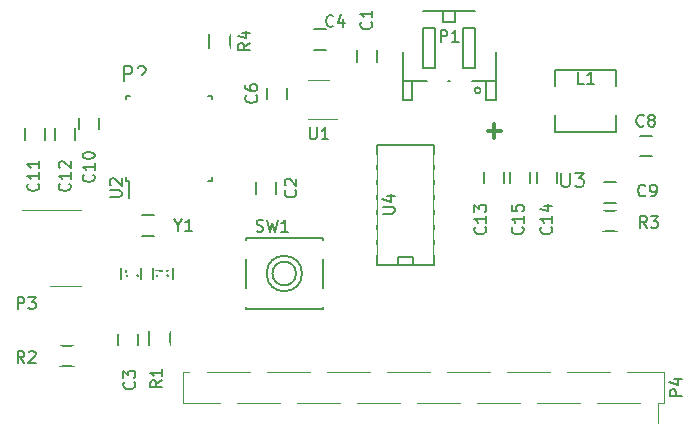
<source format=gbr>
G04 #@! TF.FileFunction,Legend,Top*
%FSLAX46Y46*%
G04 Gerber Fmt 4.6, Leading zero omitted, Abs format (unit mm)*
G04 Created by KiCad (PCBNEW 4.0.5+dfsg1-4) date Mon May 29 16:20:49 2017*
%MOMM*%
%LPD*%
G01*
G04 APERTURE LIST*
%ADD10C,0.100000*%
%ADD11C,0.300000*%
%ADD12C,0.120000*%
%ADD13C,0.150000*%
%ADD14C,0.254000*%
%ADD15R,1.400000X3.400000*%
%ADD16R,1.650000X1.900000*%
%ADD17R,1.900000X1.650000*%
%ADD18R,2.400000X2.400000*%
%ADD19R,1.400000X3.900000*%
%ADD20R,2.000000X3.800000*%
%ADD21R,0.800000X1.750000*%
%ADD22R,2.500000X2.000000*%
%ADD23R,2.200000X2.300000*%
%ADD24R,2.800000X1.150000*%
%ADD25R,1.700000X1.900000*%
%ADD26R,1.900000X1.700000*%
%ADD27R,3.600000X1.400000*%
%ADD28R,1.460000X1.050000*%
%ADD29R,0.950000X2.000000*%
%ADD30R,2.000000X0.950000*%
%ADD31R,1.200000X0.680000*%
%ADD32R,2.000000X2.550000*%
%ADD33R,1.543000X0.908000*%
%ADD34R,1.400000X2.200000*%
%ADD35R,1.200000X1.950000*%
%ADD36R,1.400000X1.950000*%
G04 APERTURE END LIST*
D10*
D11*
X158305428Y-86467143D02*
X157162571Y-86467143D01*
X157734000Y-87038571D02*
X157734000Y-85895714D01*
D12*
X171615000Y-106874000D02*
X172145000Y-106874000D01*
X172145000Y-106874000D02*
X172145000Y-109534000D01*
X172145000Y-109534000D02*
X171615000Y-109534000D01*
X131915000Y-106874000D02*
X131385000Y-106874000D01*
X131385000Y-106874000D02*
X131385000Y-109534000D01*
X131385000Y-109534000D02*
X131915000Y-109534000D01*
X170135000Y-109534000D02*
X166415000Y-109534000D01*
X165055000Y-109534000D02*
X161335000Y-109534000D01*
X159975000Y-109534000D02*
X156255000Y-109534000D01*
X154895000Y-109534000D02*
X151175000Y-109534000D01*
X149815000Y-109534000D02*
X146095000Y-109534000D01*
X144735000Y-109534000D02*
X141015000Y-109534000D01*
X139655000Y-109534000D02*
X135935000Y-109534000D01*
X134575000Y-109534000D02*
X131385000Y-109534000D01*
X172145000Y-106874000D02*
X168955000Y-106874000D01*
X171615000Y-109534000D02*
X171615000Y-111204000D01*
X167595000Y-106874000D02*
X163875000Y-106874000D01*
X162515000Y-106874000D02*
X158795000Y-106874000D01*
X157435000Y-106874000D02*
X153715000Y-106874000D01*
X152355000Y-106874000D02*
X148635000Y-106874000D01*
X147275000Y-106874000D02*
X143555000Y-106874000D01*
X142195000Y-106874000D02*
X138475000Y-106874000D01*
X137115000Y-106874000D02*
X133395000Y-106874000D01*
D13*
X146089000Y-79637000D02*
X146089000Y-80637000D01*
X147789000Y-80637000D02*
X147789000Y-79637000D01*
X139280000Y-91813000D02*
X139280000Y-90813000D01*
X137580000Y-90813000D02*
X137580000Y-91813000D01*
X125896000Y-103640000D02*
X125896000Y-104640000D01*
X127596000Y-104640000D02*
X127596000Y-103640000D01*
X143502000Y-77890000D02*
X142502000Y-77890000D01*
X142502000Y-79590000D02*
X143502000Y-79590000D01*
X130517000Y-99052000D02*
X130517000Y-98052000D01*
X128817000Y-98052000D02*
X128817000Y-99052000D01*
X138469000Y-82812000D02*
X138469000Y-83812000D01*
X140169000Y-83812000D02*
X140169000Y-82812000D01*
X127850000Y-99052000D02*
X127850000Y-98052000D01*
X126150000Y-98052000D02*
X126150000Y-99052000D01*
X171061000Y-86907000D02*
X170061000Y-86907000D01*
X170061000Y-88607000D02*
X171061000Y-88607000D01*
X167013000Y-92544000D02*
X168013000Y-92544000D01*
X168013000Y-90844000D02*
X167013000Y-90844000D01*
X122594000Y-85352000D02*
X122594000Y-86352000D01*
X124294000Y-86352000D02*
X124294000Y-85352000D01*
X118022000Y-86241000D02*
X118022000Y-87241000D01*
X119722000Y-87241000D02*
X119722000Y-86241000D01*
X120562000Y-86241000D02*
X120562000Y-87241000D01*
X122262000Y-87241000D02*
X122262000Y-86241000D01*
X158584000Y-90924000D02*
X158584000Y-89924000D01*
X156884000Y-89924000D02*
X156884000Y-90924000D01*
X163029000Y-90924000D02*
X163029000Y-89924000D01*
X161329000Y-89924000D02*
X161329000Y-90924000D01*
X160743000Y-90924000D02*
X160743000Y-89924000D01*
X159043000Y-89924000D02*
X159043000Y-90924000D01*
X168081000Y-82747000D02*
X168081000Y-81347000D01*
X168081000Y-81347000D02*
X162881000Y-81347000D01*
X162881000Y-81347000D02*
X162881000Y-82747000D01*
X168081000Y-86547000D02*
X162881000Y-86547000D01*
X162881000Y-86547000D02*
X162881000Y-85147000D01*
X168081000Y-86547000D02*
X168081000Y-85147000D01*
X156574000Y-83043000D02*
G75*
G03X156574000Y-83043000I-250000J0D01*
G01*
X154424000Y-76293000D02*
X154424000Y-77293000D01*
X154424000Y-77293000D02*
X153424000Y-77293000D01*
X153424000Y-77293000D02*
X153424000Y-76293000D01*
X155824000Y-82293000D02*
X157074000Y-82293000D01*
X157074000Y-82293000D02*
X157074000Y-83893000D01*
X157074000Y-83893000D02*
X157874000Y-83893000D01*
X157874000Y-83893000D02*
X157874000Y-79793000D01*
X157074000Y-82293000D02*
X157874000Y-82293000D01*
X152024000Y-82293000D02*
X150774000Y-82293000D01*
X150774000Y-82293000D02*
X150774000Y-83893000D01*
X150774000Y-83893000D02*
X149974000Y-83893000D01*
X149974000Y-83893000D02*
X149974000Y-79793000D01*
X150774000Y-82293000D02*
X149974000Y-82293000D01*
X156124000Y-76293000D02*
X151724000Y-76293000D01*
X156124000Y-81193000D02*
X156124000Y-77793000D01*
X156124000Y-77793000D02*
X155124000Y-77793000D01*
X155124000Y-77793000D02*
X155124000Y-81193000D01*
X155124000Y-81193000D02*
X156124000Y-81193000D01*
X151724000Y-81193000D02*
X151724000Y-77793000D01*
X151724000Y-77793000D02*
X152724000Y-77793000D01*
X152724000Y-77793000D02*
X152724000Y-81193000D01*
X152724000Y-81193000D02*
X151724000Y-81193000D01*
X154024000Y-82293000D02*
X153824000Y-82293000D01*
D12*
X120082000Y-93178000D02*
X120082000Y-93158000D01*
X120082000Y-93158000D02*
X122742000Y-93158000D01*
X122742000Y-93158000D02*
X122742000Y-93178000D01*
X120082000Y-99608000D02*
X120082000Y-99628000D01*
X120082000Y-99628000D02*
X122742000Y-99628000D01*
X122742000Y-99628000D02*
X122742000Y-99608000D01*
X117777000Y-93178000D02*
X120082000Y-93178000D01*
D13*
X130288000Y-103413000D02*
X130288000Y-104613000D01*
X128538000Y-104613000D02*
X128538000Y-103413000D01*
X122139000Y-106412000D02*
X120939000Y-106412000D01*
X120939000Y-104662000D02*
X122139000Y-104662000D01*
X166913000Y-93232000D02*
X168113000Y-93232000D01*
X168113000Y-94982000D02*
X166913000Y-94982000D01*
X133618000Y-79467000D02*
X133618000Y-78267000D01*
X135368000Y-78267000D02*
X135368000Y-79467000D01*
X143204000Y-95552000D02*
X143204000Y-95752000D01*
X143204000Y-101552000D02*
X143204000Y-101352000D01*
X136704000Y-101552000D02*
X136704000Y-101352000D01*
X136704000Y-95552000D02*
X136704000Y-95752000D01*
X136704000Y-97352000D02*
X136704000Y-99752000D01*
X143204000Y-97352000D02*
X143204000Y-99752000D01*
X143204000Y-95552000D02*
X136704000Y-95552000D01*
X136704000Y-101552000D02*
X143204000Y-101552000D01*
X140954000Y-98552000D02*
G75*
G03X140954000Y-98552000I-1000000J0D01*
G01*
X141454000Y-98552000D02*
G75*
G03X141454000Y-98552000I-1500000J0D01*
G01*
D12*
X143775000Y-82210000D02*
X141975000Y-82210000D01*
X141975000Y-85430000D02*
X144425000Y-85430000D01*
D13*
X126550000Y-90747000D02*
X126775000Y-90747000D01*
X126550000Y-83497000D02*
X126875000Y-83497000D01*
X133800000Y-83497000D02*
X133475000Y-83497000D01*
X133800000Y-90747000D02*
X133475000Y-90747000D01*
X126550000Y-90747000D02*
X126550000Y-90422000D01*
X133800000Y-90747000D02*
X133800000Y-90422000D01*
X133800000Y-83497000D02*
X133800000Y-83822000D01*
X126550000Y-83497000D02*
X126550000Y-83822000D01*
X126775000Y-90747000D02*
X126775000Y-92172000D01*
X147828000Y-87630000D02*
X152654000Y-87630000D01*
X152654000Y-87630000D02*
X152654000Y-97790000D01*
X152654000Y-97790000D02*
X147828000Y-97790000D01*
X147828000Y-97790000D02*
X147828000Y-87630000D01*
X149606000Y-97790000D02*
X149606000Y-97155000D01*
X149606000Y-97155000D02*
X150876000Y-97155000D01*
X150876000Y-97155000D02*
X150876000Y-97790000D01*
X127897000Y-95388000D02*
X128897000Y-95388000D01*
X127897000Y-93588000D02*
X128897000Y-93588000D01*
X173597381Y-108942095D02*
X172597381Y-108942095D01*
X172597381Y-108561142D01*
X172645000Y-108465904D01*
X172692619Y-108418285D01*
X172787857Y-108370666D01*
X172930714Y-108370666D01*
X173025952Y-108418285D01*
X173073571Y-108465904D01*
X173121190Y-108561142D01*
X173121190Y-108942095D01*
X172930714Y-107513523D02*
X173597381Y-107513523D01*
X172549762Y-107751619D02*
X173264048Y-107989714D01*
X173264048Y-107370666D01*
X147296143Y-77255666D02*
X147343762Y-77303285D01*
X147391381Y-77446142D01*
X147391381Y-77541380D01*
X147343762Y-77684238D01*
X147248524Y-77779476D01*
X147153286Y-77827095D01*
X146962810Y-77874714D01*
X146819952Y-77874714D01*
X146629476Y-77827095D01*
X146534238Y-77779476D01*
X146439000Y-77684238D01*
X146391381Y-77541380D01*
X146391381Y-77446142D01*
X146439000Y-77303285D01*
X146486619Y-77255666D01*
X147391381Y-76303285D02*
X147391381Y-76874714D01*
X147391381Y-76589000D02*
X146391381Y-76589000D01*
X146534238Y-76684238D01*
X146629476Y-76779476D01*
X146677095Y-76874714D01*
X140887143Y-91479666D02*
X140934762Y-91527285D01*
X140982381Y-91670142D01*
X140982381Y-91765380D01*
X140934762Y-91908238D01*
X140839524Y-92003476D01*
X140744286Y-92051095D01*
X140553810Y-92098714D01*
X140410952Y-92098714D01*
X140220476Y-92051095D01*
X140125238Y-92003476D01*
X140030000Y-91908238D01*
X139982381Y-91765380D01*
X139982381Y-91670142D01*
X140030000Y-91527285D01*
X140077619Y-91479666D01*
X140077619Y-91098714D02*
X140030000Y-91051095D01*
X139982381Y-90955857D01*
X139982381Y-90717761D01*
X140030000Y-90622523D01*
X140077619Y-90574904D01*
X140172857Y-90527285D01*
X140268095Y-90527285D01*
X140410952Y-90574904D01*
X140982381Y-91146333D01*
X140982381Y-90527285D01*
X127230143Y-107735666D02*
X127277762Y-107783285D01*
X127325381Y-107926142D01*
X127325381Y-108021380D01*
X127277762Y-108164238D01*
X127182524Y-108259476D01*
X127087286Y-108307095D01*
X126896810Y-108354714D01*
X126753952Y-108354714D01*
X126563476Y-108307095D01*
X126468238Y-108259476D01*
X126373000Y-108164238D01*
X126325381Y-108021380D01*
X126325381Y-107926142D01*
X126373000Y-107783285D01*
X126420619Y-107735666D01*
X126325381Y-107402333D02*
X126325381Y-106783285D01*
X126706333Y-107116619D01*
X126706333Y-106973761D01*
X126753952Y-106878523D01*
X126801571Y-106830904D01*
X126896810Y-106783285D01*
X127134905Y-106783285D01*
X127230143Y-106830904D01*
X127277762Y-106878523D01*
X127325381Y-106973761D01*
X127325381Y-107259476D01*
X127277762Y-107354714D01*
X127230143Y-107402333D01*
X144105334Y-77573143D02*
X144057715Y-77620762D01*
X143914858Y-77668381D01*
X143819620Y-77668381D01*
X143676762Y-77620762D01*
X143581524Y-77525524D01*
X143533905Y-77430286D01*
X143486286Y-77239810D01*
X143486286Y-77096952D01*
X143533905Y-76906476D01*
X143581524Y-76811238D01*
X143676762Y-76716000D01*
X143819620Y-76668381D01*
X143914858Y-76668381D01*
X144057715Y-76716000D01*
X144105334Y-76763619D01*
X144962477Y-77001714D02*
X144962477Y-77668381D01*
X144724381Y-76620762D02*
X144486286Y-77335048D01*
X145105334Y-77335048D01*
X130024143Y-98718666D02*
X130071762Y-98766285D01*
X130119381Y-98909142D01*
X130119381Y-99004380D01*
X130071762Y-99147238D01*
X129976524Y-99242476D01*
X129881286Y-99290095D01*
X129690810Y-99337714D01*
X129547952Y-99337714D01*
X129357476Y-99290095D01*
X129262238Y-99242476D01*
X129167000Y-99147238D01*
X129119381Y-99004380D01*
X129119381Y-98909142D01*
X129167000Y-98766285D01*
X129214619Y-98718666D01*
X129119381Y-97813904D02*
X129119381Y-98290095D01*
X129595571Y-98337714D01*
X129547952Y-98290095D01*
X129500333Y-98194857D01*
X129500333Y-97956761D01*
X129547952Y-97861523D01*
X129595571Y-97813904D01*
X129690810Y-97766285D01*
X129928905Y-97766285D01*
X130024143Y-97813904D01*
X130071762Y-97861523D01*
X130119381Y-97956761D01*
X130119381Y-98194857D01*
X130071762Y-98290095D01*
X130024143Y-98337714D01*
X137576143Y-83478666D02*
X137623762Y-83526285D01*
X137671381Y-83669142D01*
X137671381Y-83764380D01*
X137623762Y-83907238D01*
X137528524Y-84002476D01*
X137433286Y-84050095D01*
X137242810Y-84097714D01*
X137099952Y-84097714D01*
X136909476Y-84050095D01*
X136814238Y-84002476D01*
X136719000Y-83907238D01*
X136671381Y-83764380D01*
X136671381Y-83669142D01*
X136719000Y-83526285D01*
X136766619Y-83478666D01*
X136671381Y-82621523D02*
X136671381Y-82812000D01*
X136719000Y-82907238D01*
X136766619Y-82954857D01*
X136909476Y-83050095D01*
X137099952Y-83097714D01*
X137480905Y-83097714D01*
X137576143Y-83050095D01*
X137623762Y-83002476D01*
X137671381Y-82907238D01*
X137671381Y-82716761D01*
X137623762Y-82621523D01*
X137576143Y-82573904D01*
X137480905Y-82526285D01*
X137242810Y-82526285D01*
X137147571Y-82573904D01*
X137099952Y-82621523D01*
X137052333Y-82716761D01*
X137052333Y-82907238D01*
X137099952Y-83002476D01*
X137147571Y-83050095D01*
X137242810Y-83097714D01*
X127484143Y-98718666D02*
X127531762Y-98766285D01*
X127579381Y-98909142D01*
X127579381Y-99004380D01*
X127531762Y-99147238D01*
X127436524Y-99242476D01*
X127341286Y-99290095D01*
X127150810Y-99337714D01*
X127007952Y-99337714D01*
X126817476Y-99290095D01*
X126722238Y-99242476D01*
X126627000Y-99147238D01*
X126579381Y-99004380D01*
X126579381Y-98909142D01*
X126627000Y-98766285D01*
X126674619Y-98718666D01*
X126579381Y-98385333D02*
X126579381Y-97718666D01*
X127579381Y-98147238D01*
X170394334Y-86014143D02*
X170346715Y-86061762D01*
X170203858Y-86109381D01*
X170108620Y-86109381D01*
X169965762Y-86061762D01*
X169870524Y-85966524D01*
X169822905Y-85871286D01*
X169775286Y-85680810D01*
X169775286Y-85537952D01*
X169822905Y-85347476D01*
X169870524Y-85252238D01*
X169965762Y-85157000D01*
X170108620Y-85109381D01*
X170203858Y-85109381D01*
X170346715Y-85157000D01*
X170394334Y-85204619D01*
X170965762Y-85537952D02*
X170870524Y-85490333D01*
X170822905Y-85442714D01*
X170775286Y-85347476D01*
X170775286Y-85299857D01*
X170822905Y-85204619D01*
X170870524Y-85157000D01*
X170965762Y-85109381D01*
X171156239Y-85109381D01*
X171251477Y-85157000D01*
X171299096Y-85204619D01*
X171346715Y-85299857D01*
X171346715Y-85347476D01*
X171299096Y-85442714D01*
X171251477Y-85490333D01*
X171156239Y-85537952D01*
X170965762Y-85537952D01*
X170870524Y-85585571D01*
X170822905Y-85633190D01*
X170775286Y-85728429D01*
X170775286Y-85918905D01*
X170822905Y-86014143D01*
X170870524Y-86061762D01*
X170965762Y-86109381D01*
X171156239Y-86109381D01*
X171251477Y-86061762D01*
X171299096Y-86014143D01*
X171346715Y-85918905D01*
X171346715Y-85728429D01*
X171299096Y-85633190D01*
X171251477Y-85585571D01*
X171156239Y-85537952D01*
X170521334Y-91924143D02*
X170473715Y-91971762D01*
X170330858Y-92019381D01*
X170235620Y-92019381D01*
X170092762Y-91971762D01*
X169997524Y-91876524D01*
X169949905Y-91781286D01*
X169902286Y-91590810D01*
X169902286Y-91447952D01*
X169949905Y-91257476D01*
X169997524Y-91162238D01*
X170092762Y-91067000D01*
X170235620Y-91019381D01*
X170330858Y-91019381D01*
X170473715Y-91067000D01*
X170521334Y-91114619D01*
X170997524Y-92019381D02*
X171188000Y-92019381D01*
X171283239Y-91971762D01*
X171330858Y-91924143D01*
X171426096Y-91781286D01*
X171473715Y-91590810D01*
X171473715Y-91209857D01*
X171426096Y-91114619D01*
X171378477Y-91067000D01*
X171283239Y-91019381D01*
X171092762Y-91019381D01*
X170997524Y-91067000D01*
X170949905Y-91114619D01*
X170902286Y-91209857D01*
X170902286Y-91447952D01*
X170949905Y-91543190D01*
X170997524Y-91590810D01*
X171092762Y-91638429D01*
X171283239Y-91638429D01*
X171378477Y-91590810D01*
X171426096Y-91543190D01*
X171473715Y-91447952D01*
X123801143Y-90177857D02*
X123848762Y-90225476D01*
X123896381Y-90368333D01*
X123896381Y-90463571D01*
X123848762Y-90606429D01*
X123753524Y-90701667D01*
X123658286Y-90749286D01*
X123467810Y-90796905D01*
X123324952Y-90796905D01*
X123134476Y-90749286D01*
X123039238Y-90701667D01*
X122944000Y-90606429D01*
X122896381Y-90463571D01*
X122896381Y-90368333D01*
X122944000Y-90225476D01*
X122991619Y-90177857D01*
X123896381Y-89225476D02*
X123896381Y-89796905D01*
X123896381Y-89511191D02*
X122896381Y-89511191D01*
X123039238Y-89606429D01*
X123134476Y-89701667D01*
X123182095Y-89796905D01*
X122896381Y-88606429D02*
X122896381Y-88511190D01*
X122944000Y-88415952D01*
X122991619Y-88368333D01*
X123086857Y-88320714D01*
X123277333Y-88273095D01*
X123515429Y-88273095D01*
X123705905Y-88320714D01*
X123801143Y-88368333D01*
X123848762Y-88415952D01*
X123896381Y-88511190D01*
X123896381Y-88606429D01*
X123848762Y-88701667D01*
X123801143Y-88749286D01*
X123705905Y-88796905D01*
X123515429Y-88844524D01*
X123277333Y-88844524D01*
X123086857Y-88796905D01*
X122991619Y-88749286D01*
X122944000Y-88701667D01*
X122896381Y-88606429D01*
X119102143Y-90939857D02*
X119149762Y-90987476D01*
X119197381Y-91130333D01*
X119197381Y-91225571D01*
X119149762Y-91368429D01*
X119054524Y-91463667D01*
X118959286Y-91511286D01*
X118768810Y-91558905D01*
X118625952Y-91558905D01*
X118435476Y-91511286D01*
X118340238Y-91463667D01*
X118245000Y-91368429D01*
X118197381Y-91225571D01*
X118197381Y-91130333D01*
X118245000Y-90987476D01*
X118292619Y-90939857D01*
X119197381Y-89987476D02*
X119197381Y-90558905D01*
X119197381Y-90273191D02*
X118197381Y-90273191D01*
X118340238Y-90368429D01*
X118435476Y-90463667D01*
X118483095Y-90558905D01*
X119197381Y-89035095D02*
X119197381Y-89606524D01*
X119197381Y-89320810D02*
X118197381Y-89320810D01*
X118340238Y-89416048D01*
X118435476Y-89511286D01*
X118483095Y-89606524D01*
X121769143Y-90939857D02*
X121816762Y-90987476D01*
X121864381Y-91130333D01*
X121864381Y-91225571D01*
X121816762Y-91368429D01*
X121721524Y-91463667D01*
X121626286Y-91511286D01*
X121435810Y-91558905D01*
X121292952Y-91558905D01*
X121102476Y-91511286D01*
X121007238Y-91463667D01*
X120912000Y-91368429D01*
X120864381Y-91225571D01*
X120864381Y-91130333D01*
X120912000Y-90987476D01*
X120959619Y-90939857D01*
X121864381Y-89987476D02*
X121864381Y-90558905D01*
X121864381Y-90273191D02*
X120864381Y-90273191D01*
X121007238Y-90368429D01*
X121102476Y-90463667D01*
X121150095Y-90558905D01*
X120959619Y-89606524D02*
X120912000Y-89558905D01*
X120864381Y-89463667D01*
X120864381Y-89225571D01*
X120912000Y-89130333D01*
X120959619Y-89082714D01*
X121054857Y-89035095D01*
X121150095Y-89035095D01*
X121292952Y-89082714D01*
X121864381Y-89654143D01*
X121864381Y-89035095D01*
X156948143Y-94622857D02*
X156995762Y-94670476D01*
X157043381Y-94813333D01*
X157043381Y-94908571D01*
X156995762Y-95051429D01*
X156900524Y-95146667D01*
X156805286Y-95194286D01*
X156614810Y-95241905D01*
X156471952Y-95241905D01*
X156281476Y-95194286D01*
X156186238Y-95146667D01*
X156091000Y-95051429D01*
X156043381Y-94908571D01*
X156043381Y-94813333D01*
X156091000Y-94670476D01*
X156138619Y-94622857D01*
X157043381Y-93670476D02*
X157043381Y-94241905D01*
X157043381Y-93956191D02*
X156043381Y-93956191D01*
X156186238Y-94051429D01*
X156281476Y-94146667D01*
X156329095Y-94241905D01*
X156043381Y-93337143D02*
X156043381Y-92718095D01*
X156424333Y-93051429D01*
X156424333Y-92908571D01*
X156471952Y-92813333D01*
X156519571Y-92765714D01*
X156614810Y-92718095D01*
X156852905Y-92718095D01*
X156948143Y-92765714D01*
X156995762Y-92813333D01*
X157043381Y-92908571D01*
X157043381Y-93194286D01*
X156995762Y-93289524D01*
X156948143Y-93337143D01*
X162536143Y-94622857D02*
X162583762Y-94670476D01*
X162631381Y-94813333D01*
X162631381Y-94908571D01*
X162583762Y-95051429D01*
X162488524Y-95146667D01*
X162393286Y-95194286D01*
X162202810Y-95241905D01*
X162059952Y-95241905D01*
X161869476Y-95194286D01*
X161774238Y-95146667D01*
X161679000Y-95051429D01*
X161631381Y-94908571D01*
X161631381Y-94813333D01*
X161679000Y-94670476D01*
X161726619Y-94622857D01*
X162631381Y-93670476D02*
X162631381Y-94241905D01*
X162631381Y-93956191D02*
X161631381Y-93956191D01*
X161774238Y-94051429D01*
X161869476Y-94146667D01*
X161917095Y-94241905D01*
X161964714Y-92813333D02*
X162631381Y-92813333D01*
X161583762Y-93051429D02*
X162298048Y-93289524D01*
X162298048Y-92670476D01*
X160123143Y-94622857D02*
X160170762Y-94670476D01*
X160218381Y-94813333D01*
X160218381Y-94908571D01*
X160170762Y-95051429D01*
X160075524Y-95146667D01*
X159980286Y-95194286D01*
X159789810Y-95241905D01*
X159646952Y-95241905D01*
X159456476Y-95194286D01*
X159361238Y-95146667D01*
X159266000Y-95051429D01*
X159218381Y-94908571D01*
X159218381Y-94813333D01*
X159266000Y-94670476D01*
X159313619Y-94622857D01*
X160218381Y-93670476D02*
X160218381Y-94241905D01*
X160218381Y-93956191D02*
X159218381Y-93956191D01*
X159361238Y-94051429D01*
X159456476Y-94146667D01*
X159504095Y-94241905D01*
X159218381Y-92765714D02*
X159218381Y-93241905D01*
X159694571Y-93289524D01*
X159646952Y-93241905D01*
X159599333Y-93146667D01*
X159599333Y-92908571D01*
X159646952Y-92813333D01*
X159694571Y-92765714D01*
X159789810Y-92718095D01*
X160027905Y-92718095D01*
X160123143Y-92765714D01*
X160170762Y-92813333D01*
X160218381Y-92908571D01*
X160218381Y-93146667D01*
X160170762Y-93241905D01*
X160123143Y-93289524D01*
X165314334Y-82494381D02*
X164838143Y-82494381D01*
X164838143Y-81494381D01*
X166171477Y-82494381D02*
X165600048Y-82494381D01*
X165885762Y-82494381D02*
X165885762Y-81494381D01*
X165790524Y-81637238D01*
X165695286Y-81732476D01*
X165600048Y-81780095D01*
X153185905Y-78938381D02*
X153185905Y-77938381D01*
X153566858Y-77938381D01*
X153662096Y-77986000D01*
X153709715Y-78033619D01*
X153757334Y-78128857D01*
X153757334Y-78271714D01*
X153709715Y-78366952D01*
X153662096Y-78414571D01*
X153566858Y-78462190D01*
X153185905Y-78462190D01*
X154709715Y-78938381D02*
X154138286Y-78938381D01*
X154424000Y-78938381D02*
X154424000Y-77938381D01*
X154328762Y-78081238D01*
X154233524Y-78176476D01*
X154138286Y-78224095D01*
X126395286Y-82217857D02*
X126395286Y-81017857D01*
X126852429Y-81017857D01*
X126966715Y-81075000D01*
X127023858Y-81132143D01*
X127081001Y-81246429D01*
X127081001Y-81417857D01*
X127023858Y-81532143D01*
X126966715Y-81589286D01*
X126852429Y-81646429D01*
X126395286Y-81646429D01*
X127538143Y-81132143D02*
X127595286Y-81075000D01*
X127709572Y-81017857D01*
X127995286Y-81017857D01*
X128109572Y-81075000D01*
X128166715Y-81132143D01*
X128223858Y-81246429D01*
X128223858Y-81360714D01*
X128166715Y-81532143D01*
X127481001Y-82217857D01*
X128223858Y-82217857D01*
X117371905Y-101544381D02*
X117371905Y-100544381D01*
X117752858Y-100544381D01*
X117848096Y-100592000D01*
X117895715Y-100639619D01*
X117943334Y-100734857D01*
X117943334Y-100877714D01*
X117895715Y-100972952D01*
X117848096Y-101020571D01*
X117752858Y-101068190D01*
X117371905Y-101068190D01*
X118276667Y-100544381D02*
X118895715Y-100544381D01*
X118562381Y-100925333D01*
X118705239Y-100925333D01*
X118800477Y-100972952D01*
X118848096Y-101020571D01*
X118895715Y-101115810D01*
X118895715Y-101353905D01*
X118848096Y-101449143D01*
X118800477Y-101496762D01*
X118705239Y-101544381D01*
X118419524Y-101544381D01*
X118324286Y-101496762D01*
X118276667Y-101449143D01*
X129611381Y-107608666D02*
X129135190Y-107942000D01*
X129611381Y-108180095D02*
X128611381Y-108180095D01*
X128611381Y-107799142D01*
X128659000Y-107703904D01*
X128706619Y-107656285D01*
X128801857Y-107608666D01*
X128944714Y-107608666D01*
X129039952Y-107656285D01*
X129087571Y-107703904D01*
X129135190Y-107799142D01*
X129135190Y-108180095D01*
X129611381Y-106656285D02*
X129611381Y-107227714D01*
X129611381Y-106942000D02*
X128611381Y-106942000D01*
X128754238Y-107037238D01*
X128849476Y-107132476D01*
X128897095Y-107227714D01*
X117943334Y-106116381D02*
X117610000Y-105640190D01*
X117371905Y-106116381D02*
X117371905Y-105116381D01*
X117752858Y-105116381D01*
X117848096Y-105164000D01*
X117895715Y-105211619D01*
X117943334Y-105306857D01*
X117943334Y-105449714D01*
X117895715Y-105544952D01*
X117848096Y-105592571D01*
X117752858Y-105640190D01*
X117371905Y-105640190D01*
X118324286Y-105211619D02*
X118371905Y-105164000D01*
X118467143Y-105116381D01*
X118705239Y-105116381D01*
X118800477Y-105164000D01*
X118848096Y-105211619D01*
X118895715Y-105306857D01*
X118895715Y-105402095D01*
X118848096Y-105544952D01*
X118276667Y-106116381D01*
X118895715Y-106116381D01*
X170648334Y-94686381D02*
X170315000Y-94210190D01*
X170076905Y-94686381D02*
X170076905Y-93686381D01*
X170457858Y-93686381D01*
X170553096Y-93734000D01*
X170600715Y-93781619D01*
X170648334Y-93876857D01*
X170648334Y-94019714D01*
X170600715Y-94114952D01*
X170553096Y-94162571D01*
X170457858Y-94210190D01*
X170076905Y-94210190D01*
X170981667Y-93686381D02*
X171600715Y-93686381D01*
X171267381Y-94067333D01*
X171410239Y-94067333D01*
X171505477Y-94114952D01*
X171553096Y-94162571D01*
X171600715Y-94257810D01*
X171600715Y-94495905D01*
X171553096Y-94591143D01*
X171505477Y-94638762D01*
X171410239Y-94686381D01*
X171124524Y-94686381D01*
X171029286Y-94638762D01*
X170981667Y-94591143D01*
X137045381Y-79033666D02*
X136569190Y-79367000D01*
X137045381Y-79605095D02*
X136045381Y-79605095D01*
X136045381Y-79224142D01*
X136093000Y-79128904D01*
X136140619Y-79081285D01*
X136235857Y-79033666D01*
X136378714Y-79033666D01*
X136473952Y-79081285D01*
X136521571Y-79128904D01*
X136569190Y-79224142D01*
X136569190Y-79605095D01*
X136378714Y-78176523D02*
X137045381Y-78176523D01*
X135997762Y-78414619D02*
X136712048Y-78652714D01*
X136712048Y-78033666D01*
X137620667Y-94956762D02*
X137763524Y-95004381D01*
X138001620Y-95004381D01*
X138096858Y-94956762D01*
X138144477Y-94909143D01*
X138192096Y-94813905D01*
X138192096Y-94718667D01*
X138144477Y-94623429D01*
X138096858Y-94575810D01*
X138001620Y-94528190D01*
X137811143Y-94480571D01*
X137715905Y-94432952D01*
X137668286Y-94385333D01*
X137620667Y-94290095D01*
X137620667Y-94194857D01*
X137668286Y-94099619D01*
X137715905Y-94052000D01*
X137811143Y-94004381D01*
X138049239Y-94004381D01*
X138192096Y-94052000D01*
X138525429Y-94004381D02*
X138763524Y-95004381D01*
X138954001Y-94290095D01*
X139144477Y-95004381D01*
X139382572Y-94004381D01*
X140287334Y-95004381D02*
X139715905Y-95004381D01*
X140001619Y-95004381D02*
X140001619Y-94004381D01*
X139906381Y-94147238D01*
X139811143Y-94242476D01*
X139715905Y-94290095D01*
X142113095Y-86172381D02*
X142113095Y-86981905D01*
X142160714Y-87077143D01*
X142208333Y-87124762D01*
X142303571Y-87172381D01*
X142494048Y-87172381D01*
X142589286Y-87124762D01*
X142636905Y-87077143D01*
X142684524Y-86981905D01*
X142684524Y-86172381D01*
X143684524Y-87172381D02*
X143113095Y-87172381D01*
X143398809Y-87172381D02*
X143398809Y-86172381D01*
X143303571Y-86315238D01*
X143208333Y-86410476D01*
X143113095Y-86458095D01*
X125182381Y-92074905D02*
X125991905Y-92074905D01*
X126087143Y-92027286D01*
X126134762Y-91979667D01*
X126182381Y-91884429D01*
X126182381Y-91693952D01*
X126134762Y-91598714D01*
X126087143Y-91551095D01*
X125991905Y-91503476D01*
X125182381Y-91503476D01*
X125277619Y-91074905D02*
X125230000Y-91027286D01*
X125182381Y-90932048D01*
X125182381Y-90693952D01*
X125230000Y-90598714D01*
X125277619Y-90551095D01*
X125372857Y-90503476D01*
X125468095Y-90503476D01*
X125610952Y-90551095D01*
X126182381Y-91122524D01*
X126182381Y-90503476D01*
X163423714Y-90020857D02*
X163423714Y-90992286D01*
X163480857Y-91106571D01*
X163538000Y-91163714D01*
X163652286Y-91220857D01*
X163880857Y-91220857D01*
X163995143Y-91163714D01*
X164052286Y-91106571D01*
X164109429Y-90992286D01*
X164109429Y-90020857D01*
X164566572Y-90020857D02*
X165309429Y-90020857D01*
X164909429Y-90478000D01*
X165080857Y-90478000D01*
X165195143Y-90535143D01*
X165252286Y-90592286D01*
X165309429Y-90706571D01*
X165309429Y-90992286D01*
X165252286Y-91106571D01*
X165195143Y-91163714D01*
X165080857Y-91220857D01*
X164738000Y-91220857D01*
X164623714Y-91163714D01*
X164566572Y-91106571D01*
X148296381Y-93471905D02*
X149105905Y-93471905D01*
X149201143Y-93424286D01*
X149248762Y-93376667D01*
X149296381Y-93281429D01*
X149296381Y-93090952D01*
X149248762Y-92995714D01*
X149201143Y-92948095D01*
X149105905Y-92900476D01*
X148296381Y-92900476D01*
X148629714Y-91995714D02*
X149296381Y-91995714D01*
X148248762Y-92233810D02*
X148963048Y-92471905D01*
X148963048Y-91852857D01*
X130968809Y-94464190D02*
X130968809Y-94940381D01*
X130635476Y-93940381D02*
X130968809Y-94464190D01*
X131302143Y-93940381D01*
X132159286Y-94940381D02*
X131587857Y-94940381D01*
X131873571Y-94940381D02*
X131873571Y-93940381D01*
X131778333Y-94083238D01*
X131683095Y-94178476D01*
X131587857Y-94226095D01*
%LPC*%
D14*
X162892620Y-76266524D02*
X163739286Y-77536524D01*
X163739286Y-76266524D02*
X162892620Y-77536524D01*
X164102144Y-76266524D02*
X164948810Y-77536524D01*
X164948810Y-76266524D02*
X164102144Y-77536524D01*
X165251191Y-76266524D02*
X165674525Y-77536524D01*
X166097858Y-76266524D01*
X168214524Y-77536524D02*
X167791191Y-76931762D01*
X167488810Y-77536524D02*
X167488810Y-76266524D01*
X167972619Y-76266524D01*
X168093572Y-76327000D01*
X168154048Y-76387476D01*
X168214524Y-76508429D01*
X168214524Y-76689857D01*
X168154048Y-76810810D01*
X168093572Y-76871286D01*
X167972619Y-76931762D01*
X167488810Y-76931762D01*
X169242619Y-77476048D02*
X169121667Y-77536524D01*
X168879762Y-77536524D01*
X168758810Y-77476048D01*
X168698334Y-77355095D01*
X168698334Y-76871286D01*
X168758810Y-76750333D01*
X168879762Y-76689857D01*
X169121667Y-76689857D01*
X169242619Y-76750333D01*
X169303096Y-76871286D01*
X169303096Y-76992238D01*
X168698334Y-77113190D01*
X169726429Y-76689857D02*
X170028810Y-77536524D01*
X170331190Y-76689857D01*
X171722143Y-77173667D02*
X172326905Y-77173667D01*
X171601190Y-77536524D02*
X172024524Y-76266524D01*
X172447857Y-77536524D01*
D15*
X168275000Y-106704000D03*
X163195000Y-106704000D03*
X158115000Y-106704000D03*
X153035000Y-106704000D03*
X147955000Y-106704000D03*
X142875000Y-106704000D03*
X137795000Y-106704000D03*
X132715000Y-106704000D03*
X170815000Y-109704000D03*
X165735000Y-109704000D03*
X160655000Y-109704000D03*
X155575000Y-109704000D03*
X150495000Y-109704000D03*
X145415000Y-109704000D03*
X140335000Y-109704000D03*
X135255000Y-109704000D03*
D16*
X146939000Y-81387000D03*
X146939000Y-78887000D03*
X138430000Y-90063000D03*
X138430000Y-92563000D03*
X126746000Y-105390000D03*
X126746000Y-102890000D03*
D17*
X141752000Y-78740000D03*
X144252000Y-78740000D03*
D16*
X129667000Y-97302000D03*
X129667000Y-99802000D03*
X139319000Y-84562000D03*
X139319000Y-82062000D03*
X127000000Y-97302000D03*
X127000000Y-99802000D03*
D17*
X169311000Y-87757000D03*
X171811000Y-87757000D03*
X168763000Y-91694000D03*
X166263000Y-91694000D03*
D16*
X123444000Y-87102000D03*
X123444000Y-84602000D03*
X118872000Y-87991000D03*
X118872000Y-85491000D03*
X121412000Y-87991000D03*
X121412000Y-85491000D03*
X157734000Y-89174000D03*
X157734000Y-91674000D03*
X162179000Y-89174000D03*
X162179000Y-91674000D03*
X159893000Y-89174000D03*
X159893000Y-91674000D03*
D18*
X167731000Y-83947000D03*
X163231000Y-83947000D03*
D19*
X154924000Y-83293000D03*
X152924000Y-83293000D03*
D20*
X157324000Y-77743000D03*
X150524000Y-77743000D03*
D21*
X128681000Y-79375000D03*
X128031000Y-79375000D03*
X127381000Y-79375000D03*
X126731000Y-79375000D03*
X126081000Y-79375000D03*
D22*
X130481000Y-79225000D03*
X124281000Y-79225000D03*
D23*
X128531000Y-76700000D03*
X126231000Y-76700000D03*
X123581000Y-76700000D03*
X131181000Y-76700000D03*
D24*
X119462000Y-93853000D03*
X123362000Y-93853000D03*
X119462000Y-95123000D03*
X123362000Y-95123000D03*
X119462000Y-96393000D03*
X123362000Y-96393000D03*
X119462000Y-97663000D03*
X123362000Y-97663000D03*
X119462000Y-98933000D03*
X123362000Y-98933000D03*
D25*
X129413000Y-105363000D03*
X129413000Y-102663000D03*
D26*
X120189000Y-105537000D03*
X122889000Y-105537000D03*
X168863000Y-94107000D03*
X166163000Y-94107000D03*
D25*
X134493000Y-77517000D03*
X134493000Y-80217000D03*
D27*
X143354000Y-96552000D03*
X136554000Y-96552000D03*
X136554000Y-100552000D03*
X143354000Y-100552000D03*
D28*
X143975000Y-84770000D03*
X143975000Y-83820000D03*
X143975000Y-82870000D03*
X141775000Y-82870000D03*
X141775000Y-84770000D03*
D29*
X127375000Y-91372000D03*
X128175000Y-91372000D03*
X128975000Y-91372000D03*
X129775000Y-91372000D03*
X130575000Y-91372000D03*
X131375000Y-91372000D03*
X132175000Y-91372000D03*
X132975000Y-91372000D03*
D30*
X134425000Y-89922000D03*
X134425000Y-89122000D03*
X134425000Y-88322000D03*
X134425000Y-87522000D03*
X134425000Y-86722000D03*
X134425000Y-85922000D03*
X134425000Y-85122000D03*
X134425000Y-84322000D03*
D29*
X132975000Y-82872000D03*
X132175000Y-82872000D03*
X131375000Y-82872000D03*
X130575000Y-82872000D03*
X129775000Y-82872000D03*
X128975000Y-82872000D03*
X128175000Y-82872000D03*
X127375000Y-82872000D03*
D30*
X125925000Y-84322000D03*
X125925000Y-85122000D03*
X125925000Y-85922000D03*
X125925000Y-86722000D03*
X125925000Y-87522000D03*
X125925000Y-88322000D03*
X125925000Y-89122000D03*
X125925000Y-89922000D03*
D31*
X166943500Y-87519000D03*
X164018500Y-87519000D03*
X166943500Y-88019000D03*
X164018500Y-88019000D03*
X166943500Y-88519000D03*
X164018500Y-88519000D03*
X166943500Y-89019000D03*
X164018500Y-89019000D03*
X166943500Y-89519000D03*
X164018500Y-89519000D03*
D32*
X165481000Y-88519000D03*
D33*
X153416000Y-96520000D03*
X153416000Y-95250000D03*
X153416000Y-93980000D03*
X153416000Y-92710000D03*
X153416000Y-91440000D03*
X153416000Y-90170000D03*
X153416000Y-88900000D03*
X147066000Y-88900000D03*
X147066000Y-90170000D03*
X147066000Y-92710000D03*
X147066000Y-93980000D03*
X147066000Y-95250000D03*
X147066000Y-96520000D03*
X147066000Y-91440000D03*
D34*
X129647000Y-94488000D03*
X127147000Y-94488000D03*
D35*
X156138000Y-97139000D03*
X156138000Y-101489000D03*
X157988000Y-97139000D03*
X157988000Y-101489000D03*
D36*
X159938000Y-97139000D03*
X159938000Y-101489000D03*
D35*
X162742000Y-97012000D03*
X162742000Y-101362000D03*
X164592000Y-97012000D03*
X164592000Y-101362000D03*
D36*
X166542000Y-97012000D03*
X166542000Y-101362000D03*
M02*

</source>
